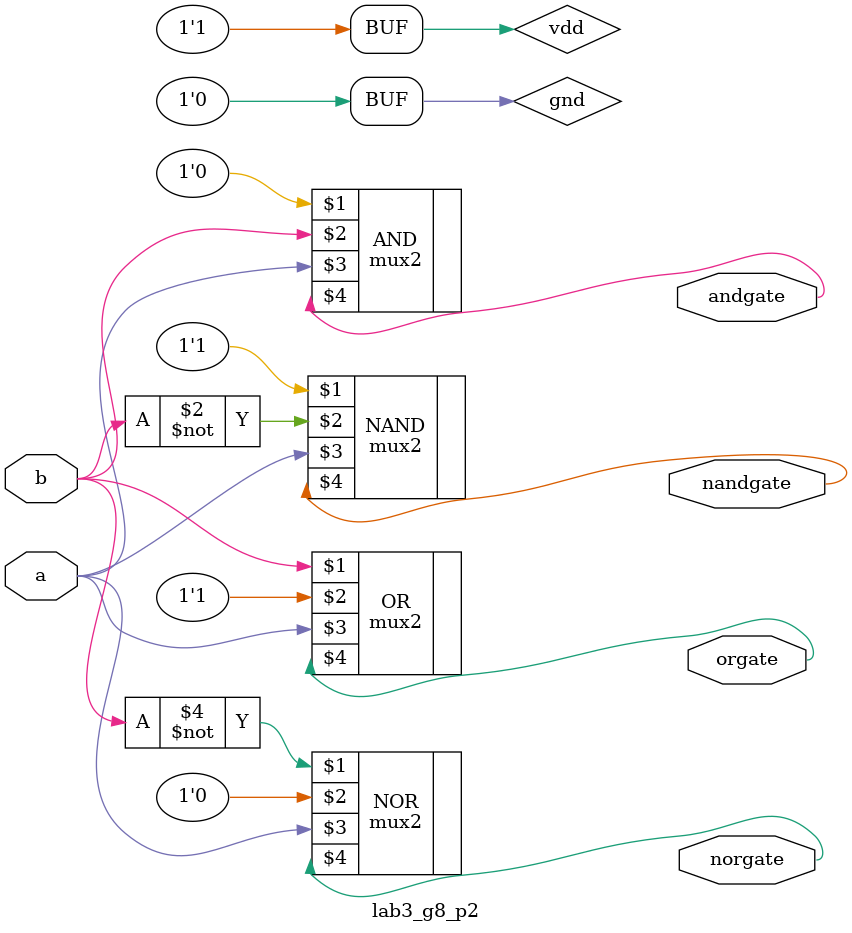
<source format=sv>
`timescale 1ns/1ps

module lab3_g8_p2(
     input logic a,b,
     output logic andgate,nandgate,orgate,norgate
);
assign gnd = 0;
assign vdd = 1;

mux2 AND(gnd,b,a,andgate); //andgate

mux2 NAND(vdd,~(b&b),a,nandgate); //nandgate

mux2 OR(b,vdd,a,orgate); //orgate

mux2 NOR(~(b&b),gnd,a,norgate); //norgate
endmodule

</source>
